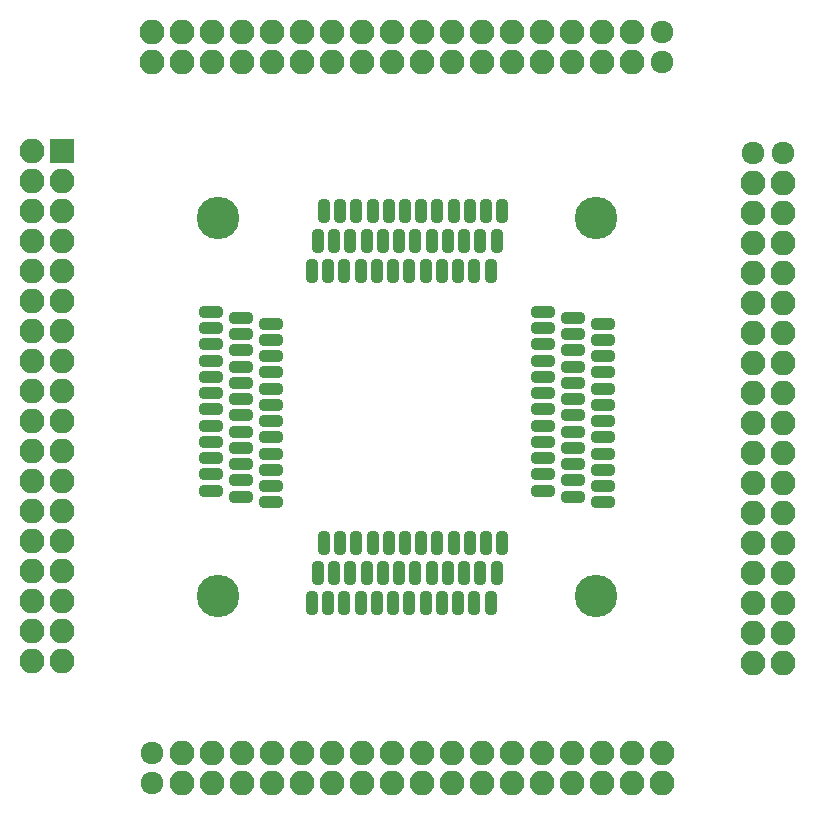
<source format=gbs>
%TF.GenerationSoftware,KiCad,Pcbnew,4.0.7*%
%TF.CreationDate,2017-11-27T18:36:11+08:00*%
%TF.ProjectId,ic51,696335312E6B696361645F7063620000,rev?*%
%TF.FileFunction,Soldermask,Bot*%
%FSLAX46Y46*%
G04 Gerber Fmt 4.6, Leading zero omitted, Abs format (unit mm)*
G04 Created by KiCad (PCBNEW 4.0.7) date 11/27/17 18:36:11*
%MOMM*%
%LPD*%
G01*
G04 APERTURE LIST*
%ADD10C,0.100000*%
%ADD11O,1.100000X2.140000*%
%ADD12O,2.140000X1.100000*%
%ADD13C,3.600000*%
%ADD14R,2.100000X2.100000*%
%ADD15O,2.100000X2.100000*%
%ADD16C,1.924000*%
G04 APERTURE END LIST*
D10*
D11*
X37727501Y-49475000D03*
X36352501Y-49475000D03*
D12*
X21335001Y-29912500D03*
X21335001Y-31287500D03*
X21335001Y-32662500D03*
X21335001Y-34037500D03*
X21335001Y-35412500D03*
X21335001Y-36787500D03*
X21335001Y-38162500D03*
X21335001Y-39537500D03*
X21335001Y-40912500D03*
X21335001Y-42287500D03*
X21335001Y-43662500D03*
X21335001Y-45037500D03*
X54495001Y-30912500D03*
X54495001Y-32287500D03*
X54495001Y-33662500D03*
X54495001Y-35037500D03*
X54495001Y-36412500D03*
X54495001Y-37787500D03*
X54495001Y-39162500D03*
X54495001Y-40537500D03*
X54495001Y-41912500D03*
X54495001Y-43287500D03*
X54495001Y-44662500D03*
X54495001Y-46037500D03*
X51955001Y-30412500D03*
X51955001Y-31787500D03*
X51955001Y-33162500D03*
X51955001Y-34537500D03*
X51955001Y-35912500D03*
X51955001Y-37287500D03*
X51955001Y-38662500D03*
X51955001Y-40037500D03*
X51955001Y-41412500D03*
X51955001Y-42787500D03*
X51955001Y-44162500D03*
X51955001Y-45537500D03*
X23875001Y-30412500D03*
X23875001Y-31787500D03*
X23875001Y-33162500D03*
X23875001Y-34537500D03*
X23875001Y-35912500D03*
X23875001Y-37287500D03*
X23875001Y-38662500D03*
X23875001Y-40037500D03*
X23875001Y-41412500D03*
X23875001Y-42787500D03*
X23875001Y-44162500D03*
X23875001Y-45537500D03*
X49415001Y-29912500D03*
X49415001Y-31287500D03*
X49415001Y-32662500D03*
X49415001Y-34037500D03*
X49415001Y-35412500D03*
X49415001Y-36787500D03*
X49415001Y-38162500D03*
X49415001Y-39537500D03*
X49415001Y-40912500D03*
X49415001Y-42287500D03*
X49415001Y-43662500D03*
X26415001Y-30912500D03*
X26415001Y-32287500D03*
X26415001Y-33662500D03*
X26415001Y-35037500D03*
X26415001Y-36412500D03*
X26415001Y-37787500D03*
X26415001Y-39162500D03*
X26415001Y-40537500D03*
X26415001Y-41912500D03*
X26415001Y-43287500D03*
X26415001Y-44662500D03*
X49415001Y-45037500D03*
X26415001Y-46037500D03*
D11*
X30852501Y-21395000D03*
X30852501Y-49475000D03*
X32227501Y-21395000D03*
X33602501Y-21395000D03*
X34977501Y-21395000D03*
X36352501Y-21395000D03*
X37727501Y-21395000D03*
X39102501Y-21395000D03*
X40477501Y-21395000D03*
X41852501Y-21395000D03*
X43227501Y-21395000D03*
X44602501Y-21395000D03*
X45977501Y-21395000D03*
X32227501Y-49475000D03*
X33602501Y-49475000D03*
X34977501Y-49475000D03*
X39102501Y-49475000D03*
X40477501Y-49475000D03*
X41852501Y-49475000D03*
X43227501Y-49475000D03*
X44602501Y-49475000D03*
X45977501Y-49475000D03*
X30352501Y-23935000D03*
X31727501Y-23935000D03*
X33102501Y-23935000D03*
X34477501Y-23935000D03*
X35852501Y-23935000D03*
X37227501Y-23935000D03*
X38602501Y-23935000D03*
X39977501Y-23935000D03*
X41352501Y-23935000D03*
X42727501Y-23935000D03*
X44102501Y-23935000D03*
X45477501Y-23935000D03*
X30352501Y-52015000D03*
X31727501Y-52015000D03*
X33102501Y-52015000D03*
X34477501Y-52015000D03*
X35852501Y-52015000D03*
X37227501Y-52015000D03*
X38602501Y-52015000D03*
X39977501Y-52015000D03*
X41352501Y-52015000D03*
X42727501Y-52015000D03*
X44102501Y-52015000D03*
X45477501Y-52015000D03*
X29852501Y-54555000D03*
X31227501Y-54555000D03*
X32602501Y-54555000D03*
X33977501Y-54555000D03*
X35352501Y-54555000D03*
X36727501Y-54555000D03*
X38102501Y-54555000D03*
X39477501Y-54555000D03*
X40852501Y-54555000D03*
X42227501Y-54555000D03*
X43602501Y-54555000D03*
X44977501Y-54555000D03*
X29852501Y-26475000D03*
X31227501Y-26475000D03*
X32602501Y-26475000D03*
X33977501Y-26475000D03*
X35352501Y-26475000D03*
X36727501Y-26475000D03*
X38102501Y-26475000D03*
X39477501Y-26475000D03*
X40852501Y-26475000D03*
X42227501Y-26475000D03*
X43602501Y-26475000D03*
X44977501Y-26475000D03*
D13*
X53915001Y-21975000D03*
X53915001Y-53975000D03*
X21915001Y-53975000D03*
X21915001Y-21975000D03*
D14*
X8670000Y-16310000D03*
D15*
X6130000Y-16310000D03*
X8670000Y-18850000D03*
X6130000Y-18850000D03*
X8670000Y-21390000D03*
X6130000Y-21390000D03*
X8670000Y-23930000D03*
X6130000Y-23930000D03*
X8670000Y-26470000D03*
X6130000Y-26470000D03*
X8670000Y-29010000D03*
X6130000Y-29010000D03*
X8670000Y-31550000D03*
X6130000Y-31550000D03*
X8670000Y-34090000D03*
X6130000Y-34090000D03*
X8670000Y-36630000D03*
X6130000Y-36630000D03*
X8670000Y-39170000D03*
X6130000Y-39170000D03*
X8670000Y-41710000D03*
X6130000Y-41710000D03*
X8670000Y-44250000D03*
X6130000Y-44250000D03*
X8670000Y-46790000D03*
X6130000Y-46790000D03*
X8670000Y-49330000D03*
X6130000Y-49330000D03*
X8670000Y-51870000D03*
X6130000Y-51870000D03*
X8670000Y-54410000D03*
X6130000Y-54410000D03*
X8670000Y-56950000D03*
X6130000Y-56950000D03*
X8670000Y-59490000D03*
X6130000Y-59490000D03*
D16*
X16270000Y-67270000D03*
X16270000Y-69810000D03*
D15*
X18810000Y-67270000D03*
X18810000Y-69810000D03*
X21350000Y-67270000D03*
X21350000Y-69810000D03*
X23890000Y-67270000D03*
X23890000Y-69810000D03*
X26430000Y-67270000D03*
X26430000Y-69810000D03*
X28970000Y-67270000D03*
X28970000Y-69810000D03*
X31510000Y-67270000D03*
X31510000Y-69810000D03*
X34050000Y-67270000D03*
X34050000Y-69810000D03*
X36590000Y-67270000D03*
X36590000Y-69810000D03*
X39130000Y-67270000D03*
X39130000Y-69810000D03*
X41670000Y-67270000D03*
X41670000Y-69810000D03*
X44210000Y-67270000D03*
X44210000Y-69810000D03*
X46750000Y-67270000D03*
X46750000Y-69810000D03*
X49290000Y-67270000D03*
X49290000Y-69810000D03*
X51830000Y-67270000D03*
X51830000Y-69810000D03*
X54370000Y-67270000D03*
X54370000Y-69810000D03*
X56910000Y-67270000D03*
X56910000Y-69810000D03*
X59450000Y-67270000D03*
X59450000Y-69810000D03*
D16*
X69700000Y-16440000D03*
X67160000Y-16440000D03*
D15*
X69700000Y-18980000D03*
X67160000Y-18980000D03*
X69700000Y-21520000D03*
X67160000Y-21520000D03*
X69700000Y-24060000D03*
X67160000Y-24060000D03*
X69700000Y-26600000D03*
X67160000Y-26600000D03*
X69700000Y-29140000D03*
X67160000Y-29140000D03*
X69700000Y-31680000D03*
X67160000Y-31680000D03*
X69700000Y-34220000D03*
X67160000Y-34220000D03*
X69700000Y-36760000D03*
X67160000Y-36760000D03*
X69700000Y-39300000D03*
X67160000Y-39300000D03*
X69700000Y-41840000D03*
X67160000Y-41840000D03*
X69700000Y-44380000D03*
X67160000Y-44380000D03*
X69700000Y-46920000D03*
X67160000Y-46920000D03*
X69700000Y-49460000D03*
X67160000Y-49460000D03*
X69700000Y-52000000D03*
X67160000Y-52000000D03*
X69700000Y-54540000D03*
X67160000Y-54540000D03*
X69700000Y-57080000D03*
X67160000Y-57080000D03*
X69700000Y-59620000D03*
X67160000Y-59620000D03*
D16*
X59450000Y-8730000D03*
X59450000Y-6190000D03*
D15*
X56910000Y-8730000D03*
X56910000Y-6190000D03*
X54370000Y-8730000D03*
X54370000Y-6190000D03*
X51830000Y-8730000D03*
X51830000Y-6190000D03*
X49290000Y-8730000D03*
X49290000Y-6190000D03*
X46750000Y-8730000D03*
X46750000Y-6190000D03*
X44210000Y-8730000D03*
X44210000Y-6190000D03*
X41670000Y-8730000D03*
X41670000Y-6190000D03*
X39130000Y-8730000D03*
X39130000Y-6190000D03*
X36590000Y-8730000D03*
X36590000Y-6190000D03*
X34050000Y-8730000D03*
X34050000Y-6190000D03*
X31510000Y-8730000D03*
X31510000Y-6190000D03*
X28970000Y-8730000D03*
X28970000Y-6190000D03*
X26430000Y-8730000D03*
X26430000Y-6190000D03*
X23890000Y-8730000D03*
X23890000Y-6190000D03*
X21350000Y-8730000D03*
X21350000Y-6190000D03*
X18810000Y-8730000D03*
X18810000Y-6190000D03*
X16270000Y-8730000D03*
X16270000Y-6190000D03*
M02*

</source>
